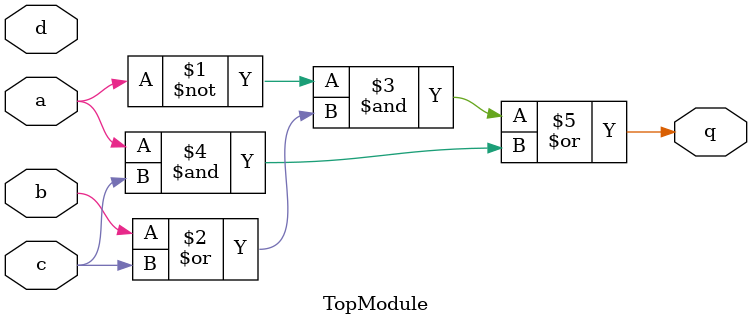
<source format=sv>
module TopModule (
  input a,
  input b,
  input c,
  input d,
  output q
);
assign q = (~a & (b | c)) | (a & c); 

endmodule

/*
Misinterpretation of Multimodal Data: Waveform
*/

/*
The testbench simulated, but had errors. Please fix the module. The output of iverilog is as follows:
VCD info: dumpfile wave.vcd opened for output.
./Execute_environment/testbench.sv:36: $finish called at 605 (1ps)
Hint: Output 'q' has 21 mismatches. First mismatch occurred at time 80.
Hint: Total mismatched samples is 21 out of 121 samples

Simulation finished at 605 ps
Mismatches: 21 in 121 samples
*/
</source>
